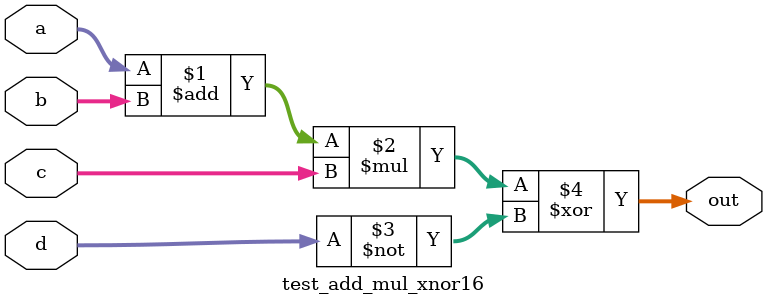
<source format=v>
module test_add_mul_xnor16(	// file.cleaned.mlir:2:3
  input  [15:0] a,	// file.cleaned.mlir:2:37
                b,	// file.cleaned.mlir:2:50
                c,	// file.cleaned.mlir:2:63
                d,	// file.cleaned.mlir:2:76
  output [15:0] out	// file.cleaned.mlir:2:90
);

  assign out = (a + b) * c ^ ~d;	// file.cleaned.mlir:4:10, :5:10, :6:10, :7:5
endmodule


</source>
